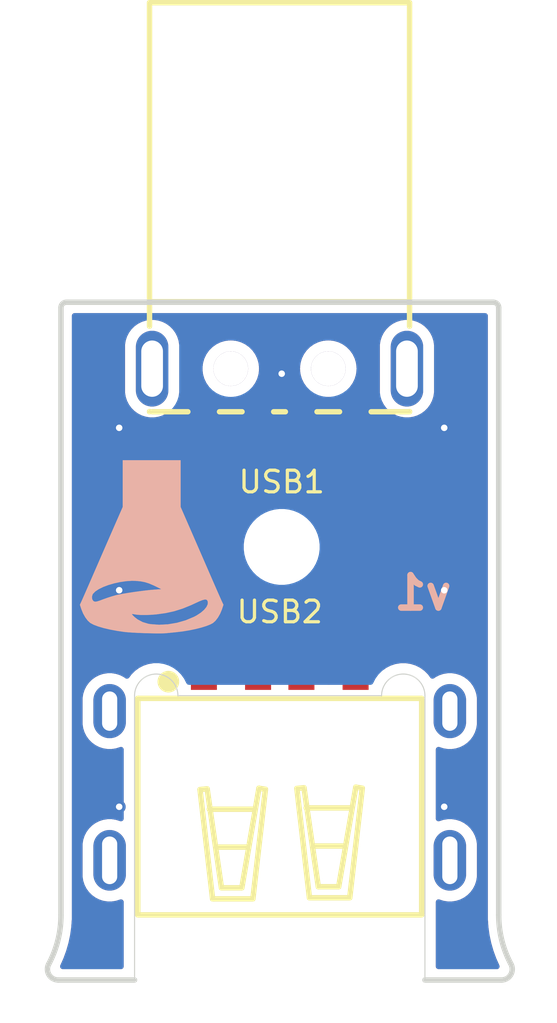
<source format=kicad_pcb>
(kicad_pcb (version 20240108) (generator "pcbnew") (generator_version "8.0")
  (title_block (title "usb-ext") (date "2025-02-02") (rev "v1") (company "Speedy Labs"))
  (layers (0 "F.Cu" signal) (31 "B.Cu" signal) (34 "B.Paste" user) (35 "F.Paste" user) (36 "B.SilkS" user "B.Silkscreen") (37 "F.SilkS" user "F.Silkscreen") (38 "B.Mask" user) (39 "F.Mask" user) (44 "Edge.Cuts" user))
  (net 0 "")
  (net 1 "Net-(USB1-D-)")
  (net 2 "Net-(USB1-D+)")
  (net 3 "Net-(USB1-VBUS)")
  (net 4 "Net-(USB1-GND)")
  (footprint "MountingHole:MountingHole_3mm" (layer "F.Cu") (at 155 93)
    (property "Reference" "H1")
    (property "Value" "MountingHole")
    (pad "" np_thru_hole circle (at 0 0) (size 3 3) (drill 3) (layers "*.Cu" "*.Mask"))
  )
  (footprint "easyeda:USB-SMD_AM180CB" (layer "F.Cu") (at 154.9 86.1475 180)
    (property "Reference" "USB1" (at -0.1 -3.8525 180) (layer "F.SilkS"))
    (property "Value" "AM 180°CB")
    (fp_line (start 6 4.47) (end 6 3.34) (stroke (width 0.25)) (layer "F.SilkS"))
    (fp_line (start 6 4.47) (end -6 4.47) (stroke (width 0.25)) (layer "F.SilkS"))
    (fp_line (start 6 4.4) (end 6 18.28) (stroke (width 0.25)) (layer "F.SilkS"))
    (fp_line (start 6 -0.6) (end 6 -0.61) (stroke (width 0.25)) (layer "F.SilkS"))
    (fp_line (start 4.23 -0.61) (end 5.87 -0.61) (stroke (width 0.25)) (layer "F.SilkS"))
    (fp_line (start 1.73 -0.61) (end 2.77 -0.61) (stroke (width 0.25)) (layer "F.SilkS"))
    (fp_line (start -0.27 -0.61) (end 0.27 -0.61) (stroke (width 0.25)) (layer "F.SilkS"))
    (fp_line (start -2.77 -0.61) (end -1.73 -0.61) (stroke (width 0.25)) (layer "F.SilkS"))
    (fp_line (start -6 18.28) (end 6 18.28) (stroke (width 0.25)) (layer "F.SilkS"))
    (fp_line (start -6 4.47) (end -6 18.28) (stroke (width 0.25)) (layer "F.SilkS"))
    (fp_line (start -6 4.47) (end -6 3.34) (stroke (width 0.25)) (layer "F.SilkS"))
    (fp_line (start -6 -0.6) (end -6 -0.61) (stroke (width 0.25)) (layer "F.SilkS"))
    (fp_line (start -6 -0.61) (end -4.23 -0.61) (stroke (width 0.25)) (layer "F.SilkS"))
    (pad "" thru_hole circle (at -2.25 1.38 180) (size 1.6 1.6) (drill 1.6) (layers "*.Cu" "*.Mask"))
    (pad "" thru_hole circle (at 2.25 1.38 180) (size 1.6 1.6) (drill 1.6) (layers "*.Cu" "*.Mask"))
    (pad "1" smd rect (at 3.5 -1.38 180) (size 1 2.5) (layers "F.Cu" "F.Paste" "F.Mask") (net 3 "Net-(USB1-VBUS)"))
    (pad "2" smd rect (at 1 -1.38 180) (size 1 2.5) (layers "F.Cu" "F.Paste" "F.Mask") (net 1 "Net-(USB1-D-)"))
    (pad "3" smd rect (at -1 -1.38 180) (size 1 2.5) (layers "F.Cu" "F.Paste" "F.Mask") (net 2 "Net-(USB1-D+)"))
    (pad "4" smd rect (at -3.5 -1.38 180) (size 1 2.5) (layers "F.Cu" "F.Paste" "F.Mask") (net 4 "Net-(USB1-GND)"))
    (pad "5" thru_hole oval (at -5.88 1.38 180) (size 1.5 3.5) (drill oval 0.999998 2.599995) (layers "*.Cu" "*.Mask"))
    (pad "5" thru_hole oval (at 5.88 1.38 180) (size 1.5 3.5) (drill oval 0.999998 2.599995) (layers "*.Cu" "*.Mask"))
  )
  (footprint "easyeda:USB-A-SMD_C41014" (layer "F.Cu") (at 154.91 102.9125)
    (property "Reference" "USB2" (at 0 -6.9125 0) (layer "F.SilkS"))
    (property "Value" "USB-AF-90-10X15.7-H5.72-CB")
    (fp_line (start -6.55 -2.92) (end 6.55 -2.92) (stroke (width 0.25)) (layer "F.SilkS"))
    (fp_line (start -6.55 7.08) (end -6.55 -2.92) (stroke (width 0.25)) (layer "F.SilkS"))
    (fp_line (start -3.68 1.29) (end -3.1 6.34) (stroke (width 0.25)) (layer "F.SilkS"))
    (fp_line (start -3.35 1.26) (end -3.68 1.29) (stroke (width 0.25)) (layer "F.SilkS"))
    (fp_line (start -3.25 2.2) (end -1.17 2.2) (stroke (width 0.25)) (layer "F.SilkS"))
    (fp_line (start -3.1 6.34) (end -1.24 6.34) (stroke (width 0.25)) (layer "F.SilkS"))
    (fp_line (start -2.92 3.95) (end -1.47 3.95) (stroke (width 0.25)) (layer "F.SilkS"))
    (fp_line (start -2.69 5.83) (end -3.35 1.26) (stroke (width 0.25)) (layer "F.SilkS"))
    (fp_line (start -1.75 5.83) (end -2.69 5.83) (stroke (width 0.25)) (layer "F.SilkS"))
    (fp_line (start -1.24 6.34) (end -0.66 1.28) (stroke (width 0.25)) (layer "F.SilkS"))
    (fp_line (start -0.96 1.23) (end -1.75 5.83) (stroke (width 0.25)) (layer "F.SilkS"))
    (fp_line (start -0.66 1.28) (end -0.96 1.23) (stroke (width 0.25)) (layer "F.SilkS"))
    (fp_line (start 0.79 1.24) (end 1.12 1.21) (stroke (width 0.25)) (layer "F.SilkS"))
    (fp_line (start 1.12 1.21) (end 1.78 5.78) (stroke (width 0.25)) (layer "F.SilkS"))
    (fp_line (start 1.22 2.14) (end 3.3 2.14) (stroke (width 0.25)) (layer "F.SilkS"))
    (fp_line (start 1.37 6.29) (end 0.79 1.24) (stroke (width 0.25)) (layer "F.SilkS"))
    (fp_line (start 1.55 3.9) (end 3 3.9) (stroke (width 0.25)) (layer "F.SilkS"))
    (fp_line (start 1.78 5.78) (end 2.72 5.78) (stroke (width 0.25)) (layer "F.SilkS"))
    (fp_line (start 2.72 5.78) (end 3.51 1.18) (stroke (width 0.25)) (layer "F.SilkS"))
    (fp_line (start 3.23 6.29) (end 1.37 6.29) (stroke (width 0.25)) (layer "F.SilkS"))
    (fp_line (start 3.51 1.18) (end 3.81 1.23) (stroke (width 0.25)) (layer "F.SilkS"))
    (fp_line (start 3.81 1.23) (end 3.23 6.29) (stroke (width 0.25)) (layer "F.SilkS"))
    (fp_line (start 6.55 -2.92) (end 6.55 7.08) (stroke (width 0.25)) (layer "F.SilkS"))
    (fp_line (start 6.55 7.08) (end -6.55 7.08) (stroke (width 0.25)) (layer "F.SilkS"))
    (fp_circle (center -5.14 -3.69) (end -4.89 -3.69) (stroke (width 0.5)) (fill none) (layer "F.SilkS"))
    (pad "1" smd rect (at -3.5 -4.56) (size 1.2 2.5) (layers "F.Cu" "F.Paste" "F.Mask") (net 3 "Net-(USB1-VBUS)"))
    (pad "2" smd rect (at -1 -4.56) (size 1.2 2.5) (layers "F.Cu" "F.Paste" "F.Mask") (net 1 "Net-(USB1-D-)"))
    (pad "3" smd rect (at 1 -4.56) (size 1.2 2.5) (layers "F.Cu" "F.Paste" "F.Mask") (net 2 "Net-(USB1-D+)"))
    (pad "4" smd rect (at 3.5 -4.56) (size 1.2 2.5) (layers "F.Cu" "F.Paste" "F.Mask") (net 4 "Net-(USB1-GND)"))
    (pad "5" thru_hole oval (at 7.85 -2.33) (size 1.5 2.5) (drill oval 0.700024 1.817624) (layers "*.Cu" "*.Mask"))
    (pad "6" thru_hole oval (at 7.85 4.56) (size 1.5 2.8) (drill oval 0.700024 2.201164) (layers "*.Cu" "*.Mask"))
    (pad "7" thru_hole oval (at -7.85 -2.33) (size 1.5 2.5) (drill oval 0.700024 1.817624) (layers "*.Cu" "*.Mask"))
    (pad "8" thru_hole oval (at -7.85 4.56) (size 1.5 2.8) (drill oval 0.700024 2.201164) (layers "*.Cu" "*.Mask"))
  )
  (footprint "pocket-sdvx-pico-local:logo_small" (layer "B.Cu") (at 149 93 180)
    (property "Reference" "LOGO1" (hide yes))
    (property "Value" "MountingHole" (hide yes))
    (fp_poly (pts (xy 1.3335 1.845406) (xy 1.685427 1.041766) (xy 1.777141 0.832089) (xy 1.889082 0.575776) (xy 2.016187 0.284437) (xy 2.153396 -0.030316) (xy 2.295647 -0.356871) (xy 2.437879 -0.683617) (xy 2.575032 -0.998944) (xy 2.610049 -1.0795) (xy 2.730459 -1.356303) (xy 2.845092 -1.619394) (xy 2.951049 -1.862149) (xy 3.045431 -2.077944) (xy 3.125339 -2.260156) (xy 3.187873 -2.402162) (xy 3.230132 -2.497336) (xy 3.24644 -2.533278) (xy 3.310135 -2.669431) (xy 3.24134 -2.878997) (xy 3.162704 -3.071942) (xy 3.061301 -3.251869) (xy 2.947819 -3.402442) (xy 2.832947 -3.507326) (xy 2.828014 -3.510645) (xy 2.675119 -3.591449) (xy 2.466616 -3.670393) (xy 2.210398 -3.745399) (xy 1.914357 -3.814386) (xy 1.586384 -3.875275) (xy 1.267759 -3.921774) (xy 1.126115 -3.936184) (xy 0.939558 -3.94971) (xy 0.720549 -3.961961) (xy 0.481548 -3.972545) (xy 0.235016 -3.981072) (xy -0.006588 -3.987151) (xy -0.230803 -3.99039) (xy -0.425168 -3.990399) (xy -0.577224 -3.986786) (xy -0.650875 -3.981986) (xy -0.735773 -3.973666) (xy -0.864175 -3.961057) (xy -1.016396 -3.946092) (xy -1.127125 -3.935198) (xy -1.431314 -3.898289) (xy -1.732991 -3.848733) (xy -2.021793 -3.789117) (xy -2.287353 -3.72203) (xy -2.519308 -3.650056) (xy -2.707291 -3.575785) (xy -2.828015 -3.510645) (xy -2.94257 -3.408284) (xy -3.056259 -3.259584) (xy -3.15835 -3.080936) (xy -3.238111 -2.88873) (xy -3.241079 -2.879793) (xy -3.309612 -2.671024) (xy -3.244735 -2.534074) (xy -3.24301 -2.530291) (xy -2.59201 -2.530291) (xy -2.589373 -2.645478) (xy -2.531238 -2.77237) (xy -2.423089 -2.904962) (xy -2.270408 -3.037249) (xy -2.07868 -3.163226) (xy -1.952625 -3.230599) (xy -1.570033 -3.390693) (xy -1.165016 -3.506577) (xy -0.75098 -3.576218) (xy -0.341333 -3.597584) (xy 0.050517 -3.568644) (xy 0.15875 -3.550582) (xy 0.417733 -3.473478) (xy 0.653439 -3.34861) (xy 0.793324 -3.238892) (xy 0.864371 -3.169138) (xy 0.908789 -3.117323) (xy 0.917208 -3.097375) (xy 0.880391 -3.09502) (xy 0.805589 -3.106307) (xy 0.776983 -3.112497) (xy 0.654013 -3.130084) (xy 0.483269 -3.139261) (xy 0.279913 -3.140053) (xy 0.059109 -3.132484) (xy -0.163979 -3.116577) (xy -0.22225 -3.110896) (xy -0.646021 -3.052527) (xy -1.040161 -2.965797) (xy -1.425143 -2.84482) (xy -1.821437 -2.683709) (xy -2.005678 -2.598104) (xy -2.197346 -2.509521) (xy -2.341622 -2.45244) (xy -2.445761 -2.42602) (xy -2.51702 -2.429423) (xy -2.562654 -2.461809) (xy -2.589919 -2.52234) (xy -2.59201 -2.530291) (xy -3.24301 -2.530291) (xy -3.215613 -2.470235) (xy -3.165055 -2.356827) (xy -3.096889 -2.202543) (xy -3.01494 -2.016072) (xy -2.987169 -1.952625) (xy -0.454064 -1.952625) (xy -0.13972 -1.973681) (xy 0.062967 -1.990738) (xy 0.299875 -2.016321) (xy 0.557168 -2.048415) (xy 0.821005 -2.085004) (xy 1.077549 -2.124071) (xy 1.312961 -2.163601) (xy 1.513402 -2.201577) (xy 1.665033 -2.235984) (xy 1.670273 -2.237359) (xy 1.8436 -2.28746) (xy 2.037846 -2.350102) (xy 2.215454 -2.413078) (xy 2.241773 -2.423125) (xy 2.400362 -2.482587) (xy 2.512625 -2.518298) (xy 2.590434 -2.531908) (xy 2.64566 -2.525071) (xy 2.690177 -2.499436) (xy 2.704187 -2.487454) (xy 2.750417 -2.407216) (xy 2.758907 -2.301007) (xy 2.729165 -2.194281) (xy 2.710449 -2.162673) (xy 2.60208 -2.051851) (xy 2.440411 -1.945077) (xy 2.235636 -1.845431) (xy 1.997948 -1.755994) (xy 1.737539 -1.679846) (xy 1.464602 -1.620066) (xy 1.189331 -1.579735) (xy 0.921919 -1.561933) (xy 0.733183 -1.565187) (xy 0.511403 -1.585876) (xy 0.315706 -1.623279) (xy 0.123622 -1.683646) (xy -0.087317 -1.773228) (xy -0.187345 -1.821268) (xy -0.454064 -1.952625) (xy -2.987169 -1.952625) (xy -2.923034 -1.806106) (xy -2.824999 -1.581336) (xy -2.800046 -1.524) (xy -2.549373 -0.947764) (xy -2.323952 -0.429615) (xy -2.123716 0.030596) (xy -1.948602 0.433019) (xy -1.798545 0.777802) (xy -1.673479 1.065094) (xy -1.573339 1.295045) (xy -1.498062 1.467802) (xy -1.447582 1.583516) (xy -1.441702 1.596976) (xy -1.3335 1.844576) (xy -1.3335 4.0005) (xy 1.3335 4.0005) (xy 1.3335 1.845406)) (stroke (width 0.01)) (fill solid) (layer "B.SilkS"))
  )
  (gr_arc (start 164.764285 81.700001) (mid 164.941062 81.773224) (end 165.014285 81.950001) (stroke (width 0.25)) (layer "Edge.Cuts"))
  (gr_arc (start 165.580266 112.264786) (mid 165.157924 111.167218) (end 165.014287 110.000001) (stroke (width 0.25)) (layer "Edge.Cuts"))
  (gr_line (start 161.61 113.000001) (end 165.139047 113.000001) (stroke (width 0.25)) (layer "Edge.Cuts"))
  (gr_arc (start 159.61 99.870001) (mid 160.61 98.870001) (end 161.61 99.870001) (stroke (width 0.05)) (layer "Edge.Cuts"))
  (gr_line (start 145.064285 81.700001) (end 164.764285 81.700001) (stroke (width 0.25)) (layer "Edge.Cuts"))
  (gr_line (start 165.014285 81.950001) (end 165.014285 110.000001) (stroke (width 0.25)) (layer "Edge.Cuts"))
  (gr_line (start 150.21 99.870001) (end 159.61 99.870001) (stroke (width 0.05)) (layer "Edge.Cuts"))
  (gr_line (start 161.61 99.870001) (end 161.61 113.000001) (stroke (width 0.05)) (layer "Edge.Cuts"))
  (gr_line (start 144.689525 113.000001) (end 148.21 113.000001) (stroke (width 0.25)) (layer "Edge.Cuts"))
  (gr_arc (start 165.580266 112.264786) (mid 165.567775 112.757279) (end 165.139047 113.000001) (stroke (width 0.25)) (layer "Edge.Cuts"))
  (gr_arc (start 148.21 99.870001) (mid 149.21 98.870001) (end 150.21 99.870001) (stroke (width 0.05)) (layer "Edge.Cuts"))
  (gr_arc (start 144.689525 113.000001) (mid 144.2608 112.757288) (end 144.248304 112.264786) (stroke (width 0.25)) (layer "Edge.Cuts"))
  (gr_line (start 165.014287 110.000001) (end 165.014285 110.000001) (stroke (width 0.25)) (layer "Edge.Cuts"))
  (gr_arc (start 144.814285 110) (mid 144.670647 111.167218) (end 144.248304 112.264786) (stroke (width 0.25)) (layer "Edge.Cuts"))
  (gr_line (start 144.814285 81.950001) (end 144.814285 110) (stroke (width 0.25)) (layer "Edge.Cuts"))
  (gr_arc (start 144.814285 81.950001) (mid 144.887508 81.773224) (end 145.064285 81.700001) (stroke (width 0.25)) (layer "Edge.Cuts"))
  (gr_line (start 148.21 99.870001) (end 148.21 113.000001) (stroke (width 0.05)) (layer "Edge.Cuts"))
  (gr_text "v1" (at 163 96 -0) (layer "B.SilkS") (effects (font (size 1.5 1.5) (thickness 0.3) (bold yes)) (justify left bottom mirror)))
  (segment (start 152 90.1775) (end 152 95.7925) (width 1) (layer "F.Cu") (net 1))
  (segment (start 152 95.7925) (end 153.91 97.7025) (width 1) (layer "F.Cu") (net 1))
  (segment (start 153.91 97.7025) (end 153.91 98.3525) (width 1) (layer "F.Cu") (net 1))
  (segment (start 153.9 87.5275) (end 153.9 88.2775) (width 1) (layer "F.Cu") (net 1))
  (segment (start 153.9 88.2775) (end 152 90.1775) (width 1) (layer "F.Cu") (net 1))
  (segment (start 158 95.5125) (end 155.91 97.6025) (width 1) (layer "F.Cu") (net 2))
  (segment (start 155.9 88.2775) (end 158 90.3775) (width 1) (layer "F.Cu") (net 2))
  (segment (start 158 90.3775) (end 158 95.5125) (width 1) (layer "F.Cu") (net 2))
  (segment (start 155.91 97.6025) (end 155.91 98.3525) (width 1) (layer "F.Cu") (net 2))
  (segment (start 155.9 87.5275) (end 155.9 88.2775) (width 1) (layer "F.Cu") (net 2))
  (segment (start 150.3 88.6275) (end 150.3 97.2425) (width 2) (layer "F.Cu") (net 3))
  (segment (start 151.4 87.5275) (end 150.3 88.6275) (width 2) (layer "F.Cu") (net 3))
  (segment (start 150.3 97.2425) (end 151.41 98.3525) (width 2) (layer "F.Cu") (net 3))
  (via (at 162.5 95) (size 0.6) (drill 0.3) (layers "F.Cu" "B.Cu") (net 4))
  (via (at 147.5 87.5) (size 0.6) (drill 0.3) (layers "F.Cu" "B.Cu") (net 4))
  (via (at 162.5 87.5) (size 0.6) (drill 0.3) (layers "F.Cu" "B.Cu") (net 4))
  (via (at 147.5 95) (size 0.6) (drill 0.3) (layers "F.Cu" "B.Cu") (net 4))
  (via (at 155 85) (size 0.6) (drill 0.3) (layers "F.Cu" "B.Cu") (net 4))
  (via (at 147.5 105) (size 0.6) (drill 0.3) (layers "F.Cu" "B.Cu") (net 4))
  (via (at 162.5 105) (size 0.6) (drill 0.3) (layers "F.Cu" "B.Cu") (net 4))
  (zone (net 4) (net_name "Net-(USB1-GND)") (layers "F&B.Cu") (name "GND") (connect_pads (clearance 0.5)) (min_thickness 0.25) (fill yes (thermal_gap 0.5) (thermal_bridge_width 0.5))
    (polygon (pts (xy 142 80) (xy 142 115) (xy 167 115) (xy 167 80)))
  )
)
</source>
